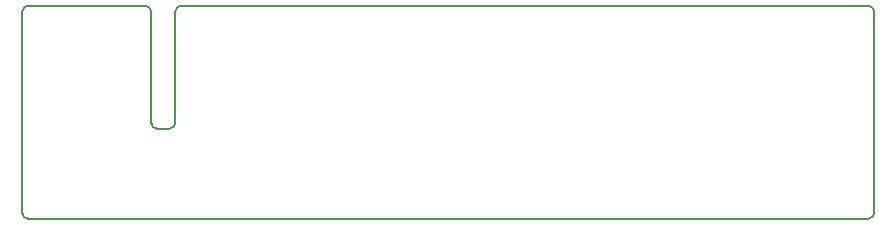
<source format=gbr>
%TF.GenerationSoftware,KiCad,Pcbnew,4.0.7*%
%TF.CreationDate,2019-01-02T11:57:48+00:00*%
%TF.ProjectId,Spectrum Edge Connector Extender_HORIZ,537065637472756D204564676520436F,rev?*%
%TF.FileFunction,Profile,NP*%
%FSLAX46Y46*%
G04 Gerber Fmt 4.6, Leading zero omitted, Abs format (unit mm)*
G04 Created by KiCad (PCBNEW 4.0.7) date 01/02/19 11:57:48*
%MOMM*%
%LPD*%
G01*
G04 APERTURE LIST*
%ADD10C,0.100000*%
%ADD11C,0.150000*%
G04 APERTURE END LIST*
D10*
D11*
X122936000Y-87122000D02*
X113030000Y-87122000D01*
X184150000Y-87122000D02*
X125984000Y-87122000D01*
X112522000Y-87630000D02*
X112522000Y-104648000D01*
X184658000Y-104648000D02*
X184658000Y-87630000D01*
X123444000Y-87630000D02*
X123444000Y-97028000D01*
X125476000Y-97028000D02*
X125476000Y-87630000D01*
X123952000Y-97536000D02*
X124968000Y-97536000D01*
X184150000Y-105156000D02*
X113030000Y-105156000D01*
X112522000Y-104648000D02*
G75*
G03X113030000Y-105156000I508000J0D01*
G01*
X113030000Y-87122000D02*
G75*
G03X112522000Y-87630000I0J-508000D01*
G01*
X184658000Y-87630000D02*
G75*
G03X184150000Y-87122000I-508000J0D01*
G01*
X184150000Y-105156000D02*
G75*
G03X184658000Y-104648000I0J508000D01*
G01*
X124968000Y-97536000D02*
G75*
G03X125476000Y-97028000I0J508000D01*
G01*
X123444000Y-97028000D02*
G75*
G03X123952000Y-97536000I508000J0D01*
G01*
X125984000Y-87122000D02*
G75*
G03X125476000Y-87630000I0J-508000D01*
G01*
X123444000Y-87630000D02*
G75*
G03X122936000Y-87122000I-508000J0D01*
G01*
M02*

</source>
